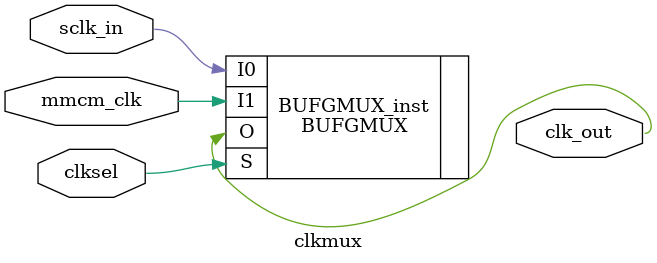
<source format=v>
module clkmux (sclk_in,mmcm_clk,clksel,clk_out);
    // Inputs and outputs
    input sclk_in;
    input mmcm_clk;
    input clksel;
    output clk_out;
    
    // BUFGMUX: General Clock Mux Buffer
    //          UltraScale
    // Xilinx HDL Language Template, version 2021.1
    
    BUFGMUX #(
       .CLK_SEL_TYPE("SYNC")  // ASYNC, SYNC
    )
    BUFGMUX_inst (
       .O(clk_out),   // 1-bit output: Clock output
       .I0(sclk_in),  // 1-bit input: Clock input (S=0)
       .I1(mmcm_clk), // 1-bit input: Clock input (S=1)
       .S(clksel)     // 1-bit input: Clock select
    );
    
    // End of BUFGMUX_inst instantiation
endmodule
</source>
